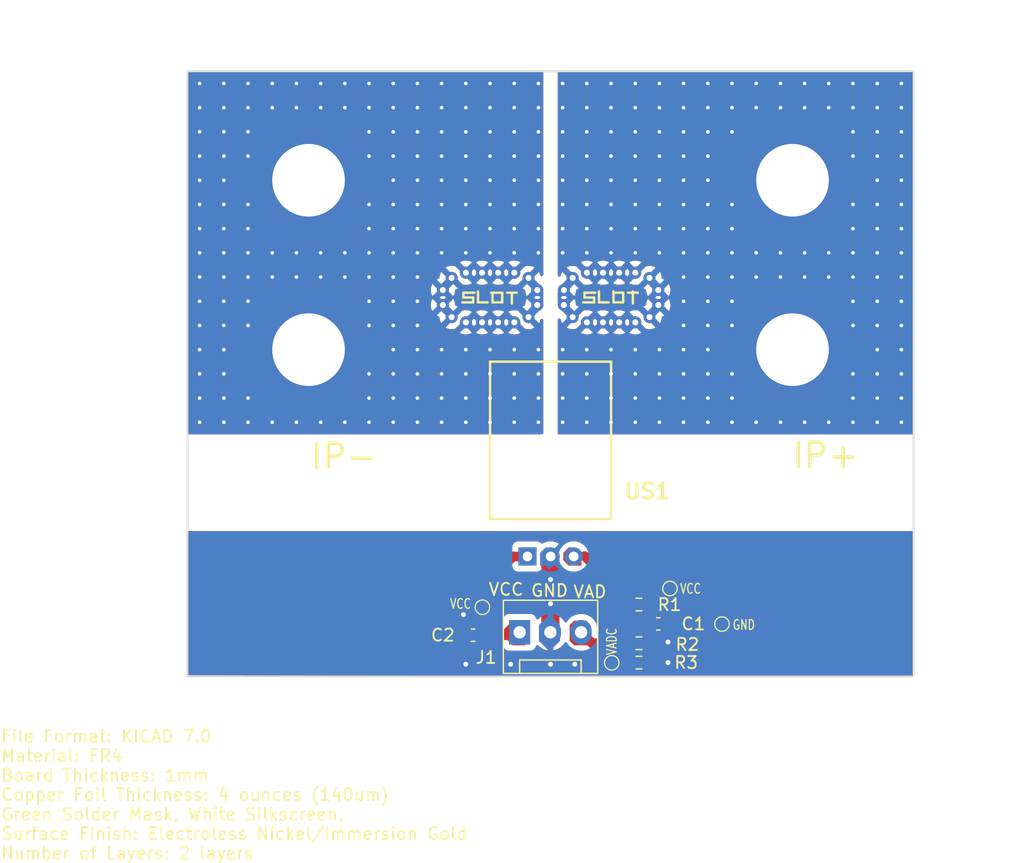
<source format=kicad_pcb>
(kicad_pcb (version 20221018) (generator pcbnew)
  (layers (0 "F.Cu" signal) (31 "B.Cu" signal) (34 "B.Paste" user) (35 "F.Paste" user) (36 "B.SilkS" user "B.Silkscreen") (37 "F.SilkS" user "F.Silkscreen") (38 "B.Mask" user) (39 "F.Mask" user) (44 "Edge.Cuts" user))
  (net 0 "")
  (net 1 "VCC")
  (net 2 "GND1")
  (net 3 "/Vout")
  (net 4 "Net-(US1-VIOUT)")
  (net 5 "/IP+")
  (net 6 "/IP-")
  (net 7 "/VADC")
  (footprint "Capacitor_SMD:C_0603_1608Metric" (layer "F.Cu") (at 123.11 103.865686)
    (fp_text reference "C1" (at 2.9 0) (layer "F.SilkS"))
    (fp_text value "CF" hide)
    (fp_line (start -0.14058 -0.51) (end 0.14058 -0.51) (stroke (width 0.12)) (layer "F.SilkS"))
    (fp_line (start -0.14058 0.51) (end 0.14058 0.51) (stroke (width 0.12)) (layer "F.SilkS"))
    (pad "1" smd roundrect (at -0.775 0) (size 0.9 0.95) (layers "F.Cu" "F.Paste" "F.Mask") (net 3 "/Vout"))
    (pad "2" smd roundrect (at 0.775 0) (size 0.9 0.95) (layers "F.Cu" "F.Paste" "F.Mask") (net 2 "GND1"))
  )
  (footprint "ming:P001" (layer "F.Cu") (at 119.26 107.08)
    (fp_text reference "VADC" (at 0 -1.76 90) (layer "F.SilkS") (effects (font (size 0.8 0.6) (thickness 0.1) bold)))
    (fp_text value "TestPoint" hide)
    (fp_circle (center 0 0) (end 0.6 0) (stroke (width 0.1)) (fill none) (layer "F.SilkS"))
    (pad "1" smd circle (at 0 0) (size 1 1) (layers "F.Cu" "F.Paste" "F.Mask") (net 7 "/VADC"))
  )
  (footprint "Connector:FanPinHeader_1x03_P2.54mm_Vertical" (layer "F.Cu") (at 111.65 104.56)
    (fp_text reference "J1" (at -2.77 2.08) (layer "F.SilkS"))
    (fp_text value "Conn_01x03_Pin" hide)
    (fp_line (start -1.35 -2.65) (end 6.45 -2.65) (stroke (width 0.12)) (layer "F.SilkS"))
    (fp_line (start -1.35 3.4) (end -1.35 -2.65) (stroke (width 0.12)) (layer "F.SilkS"))
    (fp_line (start 0 2.29) (end 5.08 2.29) (stroke (width 0.12)) (layer "F.SilkS"))
    (fp_line (start 0 3.3) (end 0 2.29) (stroke (width 0.12)) (layer "F.SilkS"))
    (fp_line (start 5.08 2.29) (end 5.08 3.3) (stroke (width 0.12)) (layer "F.SilkS"))
    (fp_line (start 6.45 -2.65) (end 6.45 3.4) (stroke (width 0.12)) (layer "F.SilkS"))
    (fp_line (start 6.45 3.4) (end -1.35 3.4) (stroke (width 0.12)) (layer "F.SilkS"))
    (pad "1" thru_hole rect (at 0 0 90) (size 2.03 1.73) (drill 1.02) (layers "*.Cu" "*.Mask") (net 1 "VCC"))
    (pad "2" thru_hole oval (at 2.54 0 90) (size 2.03 1.73) (drill 1.02) (layers "*.Cu" "*.Mask") (net 2 "GND1"))
    (pad "3" thru_hole oval (at 5.08 0 90) (size 2.03 1.73) (drill 1.02) (layers "*.Cu" "*.Mask") (net 7 "/VADC"))
  )
  (footprint "ming:P001" (layer "F.Cu") (at 124.07 100.94)
    (fp_text reference "VCC" (at 1.7 0.02 180) (layer "F.SilkS") (effects (font (size 0.8 0.6) (thickness 0.1) bold)))
    (fp_text value "TestPoint" hide)
    (fp_circle (center 0 0) (end 0.6 0) (stroke (width 0.1)) (fill none) (layer "F.SilkS"))
    (pad "1" smd circle (at 0 0) (size 1 1) (layers "F.Cu" "F.Paste" "F.Mask") (net 3 "/Vout"))
  )
  (footprint "Sensor_Current:ACS772ECB200BPFFT" (layer "F.Cu") (at 112.296 98.292)
    (fp_text reference "US1" (at 9.894 -5.392) (layer "F.SilkS") (effects (font (size 1.27 1.27) (thickness 0.254))))
    (fp_text value "ACS772ECB-200B-PFF-T" hide)
    (fp_line (start -5.29 -21.8) (end -5.29 -21.4) (stroke (width 0.2)) (layer "F.SilkS"))
    (fp_line (start -5.29 -21.4) (end -4.49 -21.4) (stroke (width 0.2)) (layer "F.SilkS"))
    (fp_line (start -4.49 -21.4) (end -4.49 -21) (stroke (width 0.2)) (layer "F.SilkS"))
    (fp_line (start -4.49 -21) (end -5.39 -21) (stroke (width 0.2)) (layer "F.SilkS"))
    (fp_line (start -4.39 -21.8) (end -5.29 -21.8) (stroke (width 0.2)) (layer "F.SilkS"))
    (fp_line (start -4.09 -21.9) (end -4.09 -21) (stroke (width 0.2)) (layer "F.SilkS"))
    (fp_line (start -4.09 -21) (end -3.29 -21) (stroke (width 0.2)) (layer "F.SilkS"))
    (fp_line (start -3.09 -16.1) (end 6.91 -16.1) (stroke (width 0.2)) (layer "F.SilkS"))
    (fp_line (start -3.09 -3.1) (end -3.09 -16.1) (stroke (width 0.2)) (layer "F.SilkS"))
    (fp_line (start -2.89 -21.8) (end -2.89 -21) (stroke (width 0.2)) (layer "F.SilkS"))
    (fp_line (start -2.89 -21) (end -2.09 -21) (stroke (width 0.2)) (layer "F.SilkS"))
    (fp_line (start -2.09 -21.8) (end -2.99 -21.8) (stroke (width 0.2)) (layer "F.SilkS"))
    (fp_line (start -2.09 -21) (end -2.09 -21.8) (stroke (width 0.2)) (layer "F.SilkS"))
    (fp_line (start -1.69 -21.8) (end -0.89 -21.8) (stroke (width 0.2)) (layer "F.SilkS"))
    (fp_line (start -1.29 -21.8) (end -1.29 -20.9) (stroke (width 0.2)) (layer "F.SilkS"))
    (fp_line (start 4.71 -21.8) (end 4.71 -21.4) (stroke (width 0.2)) (layer "F.SilkS"))
    (fp_line (start 4.71 -21.4) (end 5.51 -21.4) (stroke (width 0.2)) (layer "F.SilkS"))
    (fp_line (start 5.51 -21.4) (end 5.51 -21) (stroke (width 0.2)) (layer "F.SilkS"))
    (fp_line (start 5.51 -21) (end 4.61 -21) (stroke (width 0.2)) (layer "F.SilkS"))
    (fp_line (start 5.61 -21.8) (end 4.71 -21.8) (stroke (width 0.2)) (layer "F.SilkS"))
    (fp_line (start 5.91 -21.9) (end 5.91 -21) (stroke (width 0.2)) (layer "F.SilkS"))
    (fp_line (start 5.91 -21) (end 6.71 -21) (stroke (width 0.2)) (layer "F.SilkS"))
    (fp_line (start 6.91 -16.1) (end 6.91 -3.1) (stroke (width 0.2)) (layer "F.SilkS"))
    (fp_line (start 6.91 -3.1) (end -3.09 -3.1) (stroke (width 0.2)) (layer "F.SilkS"))
    (fp_line (start 7.11 -21.9) (end 7.11 -21) (stroke (width 0.2)) (layer "F.SilkS"))
    (fp_line (start 7.11 -21) (end 7.91 -21) (stroke (width 0.2)) (layer "F.SilkS"))
    (fp_line (start 7.91 -21.8) (end 7.11 -21.8) (stroke (width 0.2)) (layer "F.SilkS"))
    (fp_line (start 7.91 -21) (end 7.91 -21.8) (stroke (width 0.2)) (layer "F.SilkS"))
    (fp_line (start 8.31 -21.8) (end 9.11 -21.8) (stroke (width 0.2)) (layer "F.SilkS"))
    (fp_line (start 8.71 -21.9) (end 8.71 -20.9) (stroke (width 0.2)) (layer "F.SilkS"))
    (pad "1" thru_hole rect (at 0 0) (size 1.5 1.5) (drill 0.8) (layers "*.Cu" "*.Mask") (net 1 "VCC"))
    (pad "2" thru_hole circle (at 1.91 0) (size 1.5 1.5) (drill 0.8) (layers "*.Cu" "*.Mask") (net 2 "GND1"))
    (pad "3" thru_hole circle (at 3.82 0) (size 1.5 1.5) (drill 0.8) (layers "*.Cu" "*.Mask") (net 4 "Net-(US1-VIOUT)"))
    (pad "4" thru_hole circle (at 3.008 -22.018) (size 1 1) (drill 0.5) (layers "*.Cu" "*.Mask") (net 5 "/IP+"))
    (pad "5" thru_hole circle (at 0.812 -22.018) (size 1 1) (drill 0.5) (layers "*.Cu" "*.Mask") (net 6 "/IP-"))
    (pad "6" thru_hole circle (at 0.812 -20.782) (size 1 1) (drill 0.5) (layers "*.Cu" "*.Mask") (net 6 "/IP-"))
    (pad "7" thru_hole circle (at 0.086 -19.782) (size 1 1) (drill 0.5) (layers "*.Cu" "*.Mask") (net 6 "/IP-"))
    (pad "8" thru_hole circle (at -1.09 -19.35) (size 1 1) (drill 0.5) (layers "*.Cu" "*.Mask") (net 6 "/IP-"))
    (pad "9" thru_hole circle (at -2.423 -19.35) (size 1 1) (drill 0.5) (layers "*.Cu" "*.Mask") (net 6 "/IP-"))
    (pad "10" thru_hole circle (at -3.757 -19.35) (size 1 1) (drill 0.5) (layers "*.Cu" "*.Mask") (net 6 "/IP-"))
    (pad "11" thru_hole circle (at -5.09 -19.35) (size 1 1) (drill 0.5) (layers "*.Cu" "*.Mask") (net 6 "/IP-"))
    (pad "12" thru_hole circle (at -6.266 -19.782) (size 1 1) (drill 0.5) (layers "*.Cu" "*.Mask") (net 6 "/IP-"))
    (pad "13" thru_hole circle (at -6.992 -20.782) (size 1 1) (drill 0.5) (layers "*.Cu" "*.Mask") (net 6 "/IP-"))
    (pad "14" thru_hole circle (at -6.992 -22.018) (size 1 1) (drill 0.5) (layers "*.Cu" "*.Mask") (net 6 "/IP-"))
    (pad "15" thru_hole circle (at -6.266 -23.018) (size 1 1) (drill 0.5) (layers "*.Cu" "*.Mask") (net 6 "/IP-"))
    (pad "16" thru_hole circle (at -5.09 -23.45) (size 1 1) (drill 0.5) (layers "*.Cu" "*.Mask") (net 6 "/IP-"))
    (pad "17" thru_hole circle (at -3.757 -23.45) (size 1 1) (drill 0.5) (layers "*.Cu" "*.Mask") (net 6 "/IP-"))
    (pad "18" thru_hole circle (at -2.423 -23.45) (size 1 1) (drill 0.5) (layers "*.Cu" "*.Mask") (net 6 "/IP-"))
    (pad "19" thru_hole circle (at -1.09 -23.45) (size 1 1) (drill 0.5) (layers "*.Cu" "*.Mask") (net 6 "/IP-"))
    (pad "20" thru_hole circle (at 0.086 -23.018) (size 1 1) (drill 0.5) (layers "*.Cu" "*.Mask") (net 6 "/IP-"))
    (pad "21" thru_hole circle (at 3.008 -20.782) (size 1 1) (drill 0.5) (layers "*.Cu" "*.Mask") (net 5 "/IP+"))
    (pad "22" thru_hole circle (at 3.734 -19.782) (size 1 1) (drill 0.5) (layers "*.Cu" "*.Mask") (net 5 "/IP+"))
    (pad "23" thru_hole circle (at 4.91 -19.35) (size 1 1) (drill 0.5) (layers "*.Cu" "*.Mask") (net 5 "/IP+"))
    (pad "24" thru_hole circle (at 6.243 -19.35) (size 1 1) (drill 0.5) (layers "*.Cu" "*.Mask") (net 5 "/IP+"))
    (pad "25" thru_hole circle (at 7.577 -19.35) (size 1 1) (drill 0.5) (layers "*.Cu" "*.Mask") (net 5 "/IP+"))
    (pad "26" thru_hole circle (at 8.91 -19.35) (size 1 1) (drill 0.5) (layers "*.Cu" "*.Mask") (net 5 "/IP+"))
    (pad "27" thru_hole circle (at 10.086 -19.782) (size 1 1) (drill 0.5) (layers "*.Cu" "*.Mask") (net 5 "/IP+"))
    (pad "28" thru_hole circle (at 10.812 -20.782) (size 1 1) (drill 0.5) (layers "*.Cu" "*.Mask") (net 5 "/IP+"))
    (pad "29" thru_hole circle (at 10.812 -22.018) (size 1 1) (drill 0.5) (layers "*.Cu" "*.Mask") (net 5 "/IP+"))
    (pad "30" thru_hole circle (at 10.086 -23.018) (size 1 1) (drill 0.5) (layers "*.Cu" "*.Mask") (net 5 "/IP+"))
    (pad "31" thru_hole circle (at 8.91 -23.45) (size 1 1) (drill 0.5) (layers "*.Cu" "*.Mask") (net 5 "/IP+"))
    (pad "32" thru_hole circle (at 7.577 -23.45) (size 1 1) (drill 0.5) (layers "*.Cu" "*.Mask") (net 5 "/IP+"))
    (pad "33" thru_hole circle (at 6.243 -23.45) (size 1 1) (drill 0.5) (layers "*.Cu" "*.Mask") (net 5 "/IP+"))
    (pad "34" thru_hole circle (at 4.91 -23.45) (size 1 1) (drill 0.5) (layers "*.Cu" "*.Mask") (net 5 "/IP+"))
    (pad "35" thru_hole circle (at 3.734 -23.018) (size 1 1) (drill 0.5) (layers "*.Cu" "*.Mask") (net 5 "/IP+"))
  )
  (footprint "Capacitor_SMD:C_0603_1608Metric" (layer "F.Cu") (at 107.8 104.8)
    (fp_text reference "C2" (at -2.5 0) (layer "F.SilkS"))
    (fp_text value "0.1uF" hide)
    (fp_line (start -0.14058 -0.51) (end 0.14058 -0.51) (stroke (width 0.12)) (layer "F.SilkS"))
    (fp_line (start -0.14058 0.51) (end 0.14058 0.51) (stroke (width 0.12)) (layer "F.SilkS"))
    (pad "1" smd roundrect (at -0.775 0) (size 0.9 0.95) (layers "F.Cu" "F.Paste" "F.Mask") (net 2 "GND1"))
    (pad "2" smd roundrect (at 0.775 0) (size 0.9 0.95) (layers "F.Cu" "F.Paste" "F.Mask") (net 1 "VCC"))
  )
  (footprint "ming:P001" (layer "F.Cu") (at 128.37 103.88 180)
    (fp_text reference "GND" (at -1.81 -0.07) (layer "F.SilkS") (effects (font (size 0.8 0.6) (thickness 0.1) bold)))
    (fp_text value "TestPoint" hide)
    (fp_circle (center 0 0) (end 0.6 0) (stroke (width 0.1)) (fill none) (layer "F.SilkS"))
    (pad "1" smd circle (at 0 0 180) (size 1 1) (layers "F.Cu" "F.Paste" "F.Mask") (net 2 "GND1"))
  )
  (footprint "ming:P001" (layer "F.Cu") (at 108.57 102.49)
    (fp_text reference "VCC" (at -1.81 -0.28) (layer "F.SilkS") (effects (font (size 0.8 0.6) (thickness 0.1) bold)))
    (fp_text value "TestPoint" hide)
    (fp_circle (center 0 0) (end 0.6 0) (stroke (width 0.1)) (fill none) (layer "F.SilkS"))
    (pad "1" smd circle (at 0 0) (size 1 1) (layers "F.Cu" "F.Paste" "F.Mask") (net 1 "VCC"))
  )
  (footprint "Resistor_SMD:R_0603_1608Metric" (layer "F.Cu") (at 121.51 105.465686 180)
    (fp_text reference "R2" (at -4 -0.1) (layer "F.SilkS"))
    (fp_text value "300K" hide)
    (fp_line (start -0.237258 -0.5225) (end 0.237258 -0.5225) (stroke (width 0.12)) (layer "F.SilkS"))
    (fp_line (start -0.237258 0.5225) (end 0.237258 0.5225) (stroke (width 0.12)) (layer "F.SilkS"))
    (pad "1" smd roundrect (at -0.825 0 180) (size 0.8 0.95) (layers "F.Cu" "F.Paste" "F.Mask") (net 3 "/Vout"))
    (pad "2" smd roundrect (at 0.825 0 180) (size 0.8 0.95) (layers "F.Cu" "F.Paste" "F.Mask") (net 7 "/VADC"))
  )
  (footprint "Resistor_SMD:R_0603_1608Metric" (layer "F.Cu") (at 121.51 107.065686)
    (fp_text reference "R3" (at 3.9 0) (layer "F.SilkS"))
    (fp_text value "100K" hide)
    (fp_line (start -0.237258 -0.5225) (end 0.237258 -0.5225) (stroke (width 0.12)) (layer "F.SilkS"))
    (fp_line (start -0.237258 0.5225) (end 0.237258 0.5225) (stroke (width 0.12)) (layer "F.SilkS"))
    (pad "1" smd roundrect (at -0.825 0) (size 0.8 0.95) (layers "F.Cu" "F.Paste" "F.Mask") (net 7 "/VADC"))
    (pad "2" smd roundrect (at 0.825 0) (size 0.8 0.95) (layers "F.Cu" "F.Paste" "F.Mask") (net 2 "GND1"))
  )
  (footprint "Resistor_SMD:R_0603_1608Metric" (layer "F.Cu") (at 121.51 102.265686 180)
    (fp_text reference "R1" (at -2.52 -0.014314) (layer "F.SilkS"))
    (fp_text value "RF" hide)
    (fp_line (start -0.237258 -0.5225) (end 0.237258 -0.5225) (stroke (width 0.12)) (layer "F.SilkS"))
    (fp_line (start -0.237258 0.5225) (end 0.237258 0.5225) (stroke (width 0.12)) (layer "F.SilkS"))
    (pad "1" smd roundrect (at -0.825 0 180) (size 0.8 0.95) (layers "F.Cu" "F.Paste" "F.Mask") (net 3 "/Vout"))
    (pad "2" smd roundrect (at 0.825 0 180) (size 0.8 0.95) (layers "F.Cu" "F.Paste" "F.Mask") (net 4 "Net-(US1-VIOUT)"))
  )
  (gr_rect (start 84.2 58.2) (end 144.2 108.2) (stroke (width 0.15)) (fill none) (layer "Edge.Cuts"))
  (gr_text "VAD" (at 116 101.8) (layer "F.SilkS") (effects (font (size 1 1)) (justify left bottom)))
  (gr_text "IP+" (at 134 91.1) (layer "F.SilkS") (effects (font (size 2 2) (thickness 0.3)) (justify left bottom)))
  (gr_text "IP-" (at 94.2 91.2) (layer "F.SilkS") (effects (font (size 2 2) (thickness 0.3)) (justify left bottom)))
  (gr_text "VCC" (at 109 101.6) (layer "F.SilkS") (effects (font (size 1 1)) (justify left bottom)))
  (gr_text "GND" (at 112.5 101.7) (layer "F.SilkS") (effects (font (size 1 1)) (justify left bottom)))
  (gr_text "File Format: KICAD 7.0\nMaterial: FR4\nBoard Thickness: 1mm\nCopper Foil Thickness: 4 ounces (140um)\nGreen Solder Mask, White Silkscreen, \nSurface Finish: Electroless Nickel/Immersion Gold\nNumber of Layers: 2 layers" (at 68.7 123.4) (layer "F.SilkS") (effects (font (size 1 1)) (justify left bottom)))
  (segment (start 111.39 104.8) (end 111.57 104.62) (width 0.8) (layer "F.Cu") (net 1))
  (segment (start 111.1 98.3) (end 112.288 98.3) (width 0.8) (layer "F.Cu") (net 1))
  (segment (start 108.575 104.8) (end 108.575 100.825) (width 0.8) (layer "F.Cu") (net 1))
  (segment (start 108.575 104.8) (end 111.39 104.8) (width 0.8) (layer "F.Cu") (net 1))
  (segment (start 108.575 100.825) (end 111.1 98.3) (width 0.8) (layer "F.Cu") (net 1))
  (segment (start 112.288 98.3) (end 112.296 98.292) (width 0.8) (layer "F.Cu") (net 1))
  (segment (start 114.19 102.19) (end 114.19 101.21) (width 1.5) (layer "F.Cu") (net 2))
  (segment (start 114.19 102.21) (end 114.2 102.2) (width 1.5) (layer "F.Cu") (net 2))
  (segment (start 123.885 103.865686) (end 123.885 103.275) (width 0.8) (layer "F.Cu") (net 2))
  (segment (start 114.2 102.2) (end 114.19 102.19) (width 1.5) (layer "F.Cu") (net 2))
  (segment (start 114.19 100.19) (end 114.19 98.308) (width 1.5) (layer "F.Cu") (net 2))
  (segment (start 123.885 106.590686) (end 123.885 105.390686) (width 0.5) (layer "F.Cu") (net 2))
  (segment (start 123.885 103.865686) (end 123.885 107.040686) (width 0.8) (layer "F.Cu") (net 2))
  (segment (start 114.2 101.2) (end 114.19 101.19) (width 1.5) (layer "F.Cu") (net 2))
  (segment (start 123.885 105.340686) (end 123.91 105.365686) (width 0.5) (layer "F.Cu") (net 2))
  (segment (start 114.19 98.308) (end 114.206 98.292) (width 1.5) (layer "F.Cu") (net 2))
  (segment (start 114.2 100.2) (end 114.19 100.19) (width 1.5) (layer "F.Cu") (net 2))
  (segment (start 123.885 103.865686) (end 128.355686 103.865686) (width 0.8) (layer "F.Cu") (net 2))
  (segment (start 123.91 107.065686) (end 122.335 107.065686) (width 0.8) (layer "F.Cu") (net 2))
  (segment (start 107.025 103.125) (end 107 103.1) (width 1) (layer "F.Cu") (net 2))
  (segment (start 107.025 104.8) (end 107.025 103.125) (width 1) (layer "F.Cu") (net 2))
  (segment (start 123.885 105.390686) (end 123.91 105.365686) (width 0.5) (layer "F.Cu") (net 2))
  (segment (start 114.19 101.19) (end 114.19 100.21) (width 1.5) (layer "F.Cu") (net 2))
  (segment (start 123.885 103.865686) (end 123.885 105.340686) (width 0.5) (layer "F.Cu") (net 2))
  (segment (start 123.41 107.065686) (end 123.41 107.065686) (width 0.5) (layer "F.Cu") (net 2))
  (segment (start 123.91 107.065686) (end 123.91 106.615686) (width 0.5) (layer "F.Cu") (net 2))
  (segment (start 114.19 104.56) (end 114.19 102.21) (width 1.5) (layer "F.Cu") (net 2))
  (segment (start 114.19 100.21) (end 114.2 100.2) (width 1.5) (layer "F.Cu") (net 2))
  (segment (start 123.885 107.040686) (end 123.91 107.065686) (width 0.8) (layer "F.Cu") (net 2))
  (segment (start 114.21 104.62) (end 114.1 104.51) (width 1.5) (layer "F.Cu") (net 2))
  (segment (start 128.355686 103.865686) (end 128.37 103.88) (width 0.8) (layer "F.Cu") (net 2))
  (segment (start 123.91 106.615686) (end 123.885 106.590686) (width 0.5) (layer "F.Cu") (net 2))
  (segment (start 114.19 101.21) (end 114.2 101.2) (width 1.5) (layer "F.Cu") (net 2))
  (via (at 114.2 102.2) (size 0.8) (drill 0.4) (layers "F.Cu" "B.Cu") (net 2))
  (via (at 107 103.1) (size 0.8) (drill 0.4) (layers "F.Cu" "B.Cu") (net 2))
  (via (at 107.2 107.2) (size 0.8) (drill 0.4) (layers "F.Cu" "B.Cu") (net 2))
  (via (at 123.91 105.365686) (size 0.8) (drill 0.4) (layers "F.Cu" "B.Cu") (net 2))
  (via (at 123.91 107.065686) (size 0.8) (drill 0.4) (layers "F.Cu" "B.Cu") (net 2))
  (via (at 110.9 107.2) (size 0.8) (drill 0.4) (layers "F.Cu" "B.Cu") (net 2))
  (via (at 114.2 100.2) (size 0.8) (drill 0.4) (layers "F.Cu" "B.Cu") (net 2))
  (via (at 114.2 107.2) (size 0.8) (drill 0.4) (layers "F.Cu" "B.Cu") (net 2))
  (via (at 116.2 107.2) (size 0.8) (drill 0.4) (layers "F.Cu" "B.Cu") (net 2))
  (segment (start 114.1 104.61) (end 114.11 104.62) (width 1.5) (layer "B.Cu") (net 2))
  (segment (start 122.335 103.865686) (end 122.335 101.940686) (width 0.8) (layer "F.Cu") (net 3))
  (segment (start 122.335 102.265686) (end 122.335 101.935) (width 0.8) (layer "F.Cu") (net 3))
  (segment (start 122.335 103.865686) (end 122.335 105.465686) (width 0.8) (layer "F.Cu") (net 3))
  (segment (start 122.335 101.935) (end 123.33 100.94) (width 0.8) (layer "F.Cu") (net 3))
  (segment (start 123.33 100.94) (end 124.07 100.94) (width 0.8) (layer "F.Cu") (net 3))
  (segment (start 120.685 101.916686) (end 117.026 98.257686) (width 0.8) (layer "F.Cu") (net 4))
  (via (at 139.2 83.2) (size 0.5) (drill 0.3) (layers "F.Cu" "B.Cu") (net 5))
  (via (at 119.2 81.2) (size 0.5) (drill 0.3) (layers "F.Cu" "B.Cu") (net 5))
  (via (at 119.2 65.2) (size 0.5) (drill 0.3) (layers "F.Cu" "B.Cu") (net 5))
  (via (at 143.2 83.2) (size 0.5) (drill 0.3) (layers "F.Cu" "B.Cu") (net 5))
  (via (at 117.2 81.2) (size 0.5) (drill 0.3) (layers "F.Cu" "B.Cu") (net 5))
  (via (at 143.2 67.2) (size 0.5) (drill 0.3) (layers "F.Cu" "B.Cu") (net 5))
  (via (at 121.2 59.2) (size 0.5) (drill 0.3) (layers "F.Cu" "B.Cu") (net 5))
  (via (at 119.2 87.2) (size 0.5) (drill 0.3) (layers "F.Cu" "B.Cu") (net 5))
  (via (at 125.2 69.2) (size 0.5) (drill 0.3) (layers "F.Cu" "B.Cu") (net 5))
  (via (at 117.2 65.2) (size 0.5) (drill 0.3) (layers "F.Cu" "B.Cu") (net 5))
  (via (at 137.2 73.2) (size 0.5) (drill 0.3) (layers "F.Cu" "B.Cu") (net 5))
  (via (at 125.2 79.2) (size 0.5) (drill 0.3) (layers "F.Cu" "B.Cu") (net 5))
  (via (at 135.2 59.2) (size 0.5) (drill 0.3) (layers "F.Cu" "B.Cu") (net 5))
  (via (at 141.2 59.2) (size 0.5) (drill 0.3) (layers "F.Cu" "B.Cu") (net 5))
  (via (at 137.2 59.2) (size 0.5) (drill 0.3) (layers "F.Cu" "B.Cu") (net 5))
  (via (at 125.2 85.2) (size 0.5) (drill 0.3) (layers "F.Cu" "B.Cu") (net 5))
  (via (at 135.2 75.2) (size 0.5) (drill 0.3) (layers "F.Cu" "B.Cu") (net 5))
  (via (at 115.2 81.2) (size 0.5) (drill 0.3) (layers "F.Cu" "B.Cu") (net 5))
  (via (at 123.2 73.2) (size 0.5) (drill 0.3) (layers "F.Cu" "B.Cu") (net 5))
  (via (at 123.2 65.2) (size 0.5) (drill 0.3) (layers "F.Cu" "B.Cu") (net 5))
  (via (at 143.2 77.2) (size 0.5) (drill 0.3) (layers "F.Cu" "B.Cu") (net 5))
  (via (at 139.2 75.2) (size 0.5) (drill 0.3) (layers "F.Cu" "B.Cu") (net 5))
  (via (at 121.2 83.2) (size 0.5) (drill 0.3) (layers "F.Cu" "B.Cu") (net 5))
  (via (at 143.2 81.2) (size 0.5) (drill 0.3) (layers "F.Cu" "B.Cu") (net 5))
  (via (at 127.2 63.2) (size 0.5) (drill 0.3) (layers "F.Cu" "B.Cu") (net 5))
  (via (at 129.2 77.2) (size 0.5) (drill 0.3) (layers "F.Cu" "B.Cu") (net 5))
  (via (at 121.2 85.2) (size 0.5) (drill 0.3) (layers "F.Cu" "B.Cu") (net 5))
  (via (at 139.2 65.2) (size 0.5) (drill 0.3) (layers "F.Cu" "B.Cu") (net 5))
  (via (at 117.2 59.2) (size 0.5) (drill 0.3) (layers "F.Cu" "B.Cu") (net 5))
  (via (at 141.2 85.2) (size 0.5) (drill 0.3) (layers "F.Cu" "B.Cu") (net 5))
  (via (at 127.2 69.2) (size 0.5) (drill 0.3) (layers "F.Cu" "B.Cu") (net 5))
  (via (at 129.2 85.2) (size 0.5) (drill 0.3) (layers "F.Cu" "B.Cu") (net 5))
  (via (at 139.2 69.2) (size 0.5) (drill 0.3) (layers "F.Cu" "B.Cu") (net 5))
  (via (at 134.2 67.2) (size 10) (drill 6) (layers "F.Cu" "B.Cu") (net 5))
  (via (at 139.2 79.2) (size 0.5) (drill 0.3) (layers "F.Cu" "B.Cu") (net 5))
  (via (at 135.2 61.2) (size 0.5) (drill 0.3) (layers "F.Cu" "B.Cu") (net 5))
  (via (at 121.2 63.2) (size 0.5) (drill 0.3) (layers "F.Cu" "B.Cu") (net 5))
  (via (at 143.2 75.2) (size 0.5) (drill 0.3) (layers "F.Cu" "B.Cu") (net 5))
  (via (at 115.2 83.2) (size 0.5) (drill 0.3) (layers "F.Cu" "B.Cu") (net 5))
  (via (at 129.2 79.2) (size 0.5) (drill 0.3) (layers "F.Cu" "B.Cu") (net 5))
  (via (at 131.2 87.2) (size 0.5) (drill 0.3) (layers "F.Cu" "B.Cu") (net 5))
  (via (at 115.2 71.2) (size 0.5) (drill 0.3) (layers "F.Cu" "B.Cu") (net 5))
  (via (at 141.2 65.2) (size 0.5) (drill 0.3) (layers "F.Cu" "B.Cu") (net 5))
  (via (at 143.2 59.2) (size 0.5) (drill 0.3) (layers "F.Cu" "B.Cu") (net 5))
  (via (at 127.2 85.2) (size 0.5) (drill 0.3) (layers "F.Cu" "B.Cu") (net 5))
  (via (at 141.2 63.2) (size 0.5) (drill 0.3) (layers "F.Cu" "B.Cu") (net 5))
  (via (at 139.2 63.2) (size 0.5) (drill 0.3) (layers "F.Cu" "B.Cu") (net 5))
  (via (at 117.2 67.2) (size 0.5) (drill 0.3) (layers "F.Cu" "B.Cu") (net 5))
  (via (at 143.2 65.2) (size 0.5) (drill 0.3) (layers "F.Cu" "B.Cu") (net 5))
  (via (at 125.2 81.2) (size 0.5) (drill 0.3) (layers "F.Cu" "B.Cu") (net 5))
  (via (at 125.2 59.2) (size 0.5) (drill 0.3) (layers "F.Cu" "B.Cu") (net 5))
  (via (at 143.2 61.2) (size 0.5) (drill 0.3) (layers "F.Cu" "B.Cu") (net 5))
  (via (at 115.2 67.2) (size 0.5) (drill 0.3) (layers "F.Cu" "B.Cu") (net 5))
  (via (at 141.2 77.2) (size 0.5) (drill 0.3) (layers "F.Cu" "B.Cu") (net 5))
  (via (at 143.2 71.2) (size 0.5) (drill 0.3) (layers "F.Cu" "B.Cu") (net 5))
  (via (at 121.2 81.2) (size 0.5) (drill 0.3) (layers "F.Cu" "B.Cu") (net 5))
  (via (at 143.2 85.2) (size 0.5) (drill 0.3) (layers "F.Cu" "B.Cu") (net 5))
  (via (at 131.2 59.2) (size 0.5) (drill 0.3) (layers "F.Cu" "B.Cu") (net 5))
  (via (at 125.2 77.2) (size 0.5) (drill 0.3) (layers "F.Cu" "B.Cu") (net 5))
  (via (at 143.2 73.2) (size 0.5) (drill 0.3) (layers "F.Cu" "B.Cu") (net 5))
  (via (at 119.2 85.2) (size 0.5) (drill 0.3) (layers "F.Cu" "B.Cu") (net 5))
  (via (at 139.2 73.2) (size 0.5) (drill 0.3) (layers "F.Cu" "B.Cu") (net 5))
  (via (at 117.2 63.2) (size 0.5) (drill 0.3) (layers "F.Cu" "B.Cu") (net 5))
  (via (at 125.2 71.2) (size 0.5) (drill 0.3) (layers "F.Cu" "B.Cu") (net 5))
  (via (at 117.2 61.2) (size 0.5) (drill 0.3) (layers "F.Cu" "B.Cu") (net 5))
  (via (at 121.2 73.2) (size 0.5) (drill 0.3) (layers "F.Cu" "B.Cu") (net 5))
  (via (at 133.2 59.2) (size 0.5) (drill 0.3) (layers "F.Cu" "B.Cu") (net 5))
  (via (at 141.2 61.2) (size 0.5) (drill 0.3) (layers "F.Cu" "B.Cu") (net 5))
  (via (at 123.2 83.2) (size 0.5) (drill 0.3) (layers "F.Cu" "B.Cu") (net 5))
  (via (at 133.2 87.2) (size 0.5) (drill 0.3) (layers "F.Cu" "B.Cu") (net 5))
  (via (at 127.2 83.2) (size 0.5) (drill 0.3) (layers "F.Cu" "B.Cu") (net 5))
  (via (at 135.2 87.2) (size 0.5) (drill 0.3) (layers "F.Cu" "B.Cu") (net 5))
  (via (at 123.2 81.2) (size 0.5) (drill 0.3) (layers "F.Cu" "B.Cu") (net 5))
  (via (at 139.2 85.2) (size 0.5) (drill 0.3) (layers "F.Cu" "B.Cu") (net 5))
  (via (at 127.2 59.2) (size 0.5) (drill 0.3) (layers "F.Cu" "B.Cu") (net 5))
  (via (at 127.2 75.2) (size 0.5) (drill 0.3) (layers "F.Cu" "B.Cu") (net 5))
  (via (at 125.2 73.2) (size 0.5) (drill 0.3) (layers "F.Cu" "B.Cu") (net 5))
  (via (at 117.2 87.2) (size 0.5) (drill 0.3) (layers "F.Cu" "B.Cu") (net 5))
  (via (at 119.2 59.2) (size 0.5) (drill 0.3) (layers "F.Cu" "B.Cu") (net 5))
  (via (at 133.2 61.2) (size 0.5) (drill 0.3) (layers "F.Cu" "B.Cu") (net 5))
  (via (at 141.2 83.2) (size 0.5) (drill 0.3) (layers "F.Cu" "B.Cu") (net 5))
  (via (at 115.2 65.2) (size 0.5) (drill 0.3) (layers "F.Cu" "B.Cu") (net 5))
  (via (at 125.2 75.2) (size 0.5) (drill 0.3) (layers "F.Cu" "B.Cu") (net 5))
  (via (at 125.2 63.2) (size 0.5) (drill 0.3) (layers "F.Cu" "B.Cu") (net 5))
  (via (at 115.2 63.2) (size 0.5) (drill 0.3) (layers "F.Cu" "B.Cu") (net 5))
  (via (at 129.2 75.2) (size 0.5) (drill 0.3) (layers "F.Cu" "B.Cu") (net 5))
  (via (at 121.2 61.2) (size 0.5) (drill 0.3) (layers "F.Cu" "B.Cu") (net 5))
  (via (at 129.2 83.2) (size 0.5) (drill 0.3) (layers "F.Cu" "B.Cu") (net 5))
  (via (at 125.2 61.2) (size 0.5) (drill 0.3) (layers "F.Cu" "B.Cu") (net 5))
  (via (at 119.2 67.2) (size 0.5) (drill 0.3) (layers "F.Cu" "B.Cu") (net 5))
  (via (at 127.2 65.2) (size 0.5) (drill 0.3) (layers "F.Cu" "B.Cu") (net 5))
  (via (at 131.2 61.2) (size 0.5) (drill 0.3) (layers "F.Cu" "B.Cu") (net 5))
  (via (at 117.2 83.2) (size 0.5) (drill 0.3) (layers "F.Cu" "B.Cu") (net 5))
  (via (at 115.2 59.2) (size 0.5) (drill 0.3) (layers "F.Cu" "B.Cu") (net 5))
  (via (at 137.2 75.2) (size 0.5) (drill 0.3) (layers "F.Cu" "B.Cu") (net 5))
  (via (at 121.2 67.2) (size 0.5) (drill 0.3) (layers "F.Cu" "B.Cu") (net 5))
  (via (at 129.2 63.2) (size 0.5) (drill 0.3) (layers "F.Cu" "B.Cu") (net 5))
  (via (at 141.2 79.2) (size 0.5) (drill 0.3) (layers "F.Cu" "B.Cu") (net 5))
  (via (at 127.2 67.2) (size 0.5) (drill 0.3) (layers "F.Cu" "B.Cu") (net 5))
  (via (at 125.2 87.2) (size 0.5) (drill 0.3) (layers "F.Cu" "B.Cu") (net 5))
  (via (at 129.2 71.2) (size 0.5) (drill 0.3) (layers "F.Cu" "B.Cu") (net 5))
  (via (at 127.2 61.2) (size 0.5) (drill 0.3) (layers "F.Cu" "B.Cu") (net 5))
  (via (at 139.2 71.2) (size 0.5) (drill 0.3) (layers "F.Cu" "B.Cu") (net 5))
  (via (at 125.2 67.2) (size 0.5) (drill 0.3) (layers "F.Cu" "B.Cu") (net 5))
  (via (at 119.2 71.2) (size 0.5) (drill 0.3) (layers "F.Cu" "B.Cu") (net 5))
  (via (at 117.2 73.2) (size 0.5) (drill 0.3) (layers "F.Cu" "B.Cu") (net 5))
  (via (at 135.2 73.2) (size 0.5) (drill 0.3) (layers "F.Cu" "B.Cu") (net 5))
  (via (at 131.2 73.2) (size 0.5) (drill 0.3) (layers "F.Cu" "B.Cu") (net 5))
  (via (at 143.2 63.2) (size 0.5) (drill 0.3) (layers "F.Cu" "B.Cu") (net 5))
  (via (at 117.2 71.2) (size 0.5) (drill 0.3) (layers "F.Cu" "B.Cu") (net 5))
  (via (at 141.2 81.2) (size 0.5) (drill 0.3) (layers "F.Cu" "B.Cu") (net 5))
  (via (at 123.2 67.2) (size 0.5) (drill 0.3) (layers "F.Cu" "B.Cu") (net 5))
  (via (at 123.2 71.2) (size 0.5) (drill 0.3) (layers "F.Cu" "B.Cu") (net 5))
  (via (at 115.2 85.2) (size 0.5) (drill 0.3) (layers "F.Cu" "B.Cu") (net 5))
  (via (at 141.2 69.2) (size 0.5) (drill 0.3) (layers "F.Cu" "B.Cu") (net 5))
  (via (at 141.2 67.2) (size 0.5) (drill 0.3) (layers "F.Cu" "B.Cu") (net 5))
  (via (at 143.2 87.2) (size 0.5) (drill 0.3) (layers "F.Cu" "B.Cu") (net 5))
  (via (at 141.2 73.2) (size 0.5) (drill 0.3) (layers "F.Cu" "B.Cu") (net 5))
  (via (at 119.2 63.2) (size 0.5) (drill 0.3) (layers "F.Cu" "B.Cu") (net 5))
  (via (at 127.2 79.2) (size 0.5) (drill 0.3) (layers "F.Cu" "B.Cu") (net 5))
  (via (at 133.2 75.2) (size 0.5) (drill 0.3) (layers "F.Cu" "B.Cu") (net 5))
  (via (at 139.2 77.2) (size 0.5) (drill 0.3) (layers "F.Cu" "B.Cu") (net 5))
  (via (at 117.2 85.2) (size 0.5) (drill 0.3) (layers "F.Cu" "B.Cu") (net 5))
  (via (at 121.2 71.2) (size 0.5) (drill 0.3) (layers "F.Cu" "B.Cu") (net 5))
  (via (at 119.2 69.2) (size 0.5) (drill 0.3) (layers "F.Cu" "B.Cu") (net 5))
  (via (at 123.2 85.2) (size 0.5) (drill 0.3) (layers "F.Cu" "B.Cu") (net 5))
  (via (at 141.2 71.2) (size 0.5) (drill 0.3) (layers "F.Cu" "B.Cu") (net 5))
  (via (at 139.2 61.2) (size 0.5) (drill 0.3) (layers "F.Cu" "B.Cu") (net 5))
  (via (at 143.2 79.2) (size 0.5) (drill 0.3) (layers "F.Cu" "B.Cu") (net 5))
  (via (at 117.2 69.2) (size 0.5) (drill 0.3) (layers "F.Cu" "B.Cu") (net 5))
  (via (at 123.2 69.2) (size 0.5) (drill 0.3) (layers "F.Cu" "B.Cu") (net 5))
  (via (at 141.2 87.2) (size 0.5) (drill 0.3) (layers "F.Cu" "B.Cu") (net 5))
  (via (at 129.2 61.2) (size 0.5) (drill 0.3) (layers "F.Cu" "B.Cu") (net 5))
  (via (at 139.2 87.2) (size 0.5) (drill 0.3) (layers "F.Cu" "B.Cu") (net 5))
  (via (at 123.2 87.2) (size 0.5) (drill 0.3) (layers "F.Cu" "B.Cu") (net 5))
  (via (at 121.2 87.2) (size 0.5) (drill 0.3) (layers "F.Cu" "B.Cu") (net 5))
  (via (at 119.2 83.2) (size 0.5) (drill 0.3) (layers "F.Cu" "B.Cu") (net 5))
  (via (at 119.2 73.2) (size 0.5) (drill 0.3) (layers "F.Cu" "B.Cu") (net 5))
  (via (at 127.2 81.2) (size 0.5) (drill 0.3) (layers "F.Cu" "B.Cu") (net 5))
  (via (at 139.2 59.2) (size 0.5) (drill 0.3) (layers "F.Cu" "B.Cu") (net 5))
  (via (at 143.2 69.2) (size 0.5) (drill 0.3) (layers "F.Cu" "B.Cu") (net 5))
  (via (at 121.2 65.2) (size 0.5) (drill 0.3) (layers "F.Cu" "B.Cu") (net 5))
  (via (at 127.2 87.2) (size 0.5) (drill 0.3) (layers "F.Cu" "B.Cu") (net 5))
  (via (at 129.2 73.2) (size 0.5) (drill 0.3) (layers "F.Cu" "B.Cu") (net 5))
  (via (at 115.2 87.2) (size 0.5) (drill 0.3) (layers "F.Cu" "B.Cu") (net 5))
  (via (at 127.2 77.2) (size 0.5) (drill 0.3) (layers "F.Cu" "B.Cu") (net 5))
  (via (at 123.2 61.2) (size 0.5) (drill 0.3) (layers "F.Cu" "B.Cu") (net 5))
  (via (at 129.2 59.2) (size 0.5) (drill 0.3) (layers "F.Cu" "B.Cu") (net 5))
  (via (at 119.2 61.2) (size 0.5) (drill 0.3) (layers "F.Cu" "B.Cu") (net 5))
  (via (at 141.2 75.2) (size 0.5) (drill 0.3) (layers "F.Cu" "B.Cu") (net 5))
  (via (at 137.2 61.2) (size 0.5) (drill 0.3) (layers "F.Cu" "B.Cu") (net 5))
  (via (at 115.2 73.2) (size 0.5) (drill 0.3) (layers "F.Cu" "B.Cu") (net 5))
  (via (at 127.2 71.2) (size 0.5) (drill 0.3) (layers "F.Cu" "B.Cu") (net 5))
  (via (at 123.2 63.2) (size 0.5) (drill 0.3) (layers "F.Cu" "B.Cu") (net 5))
  (via (at 129.2 87.2) (size 0.5) (drill 0.3) (layers "F.Cu" "B.Cu") (net 5))
  (via (at 115.2 61.2) (size 0.5) (drill 0.3) (layers "F.Cu" "B.Cu") (net 5))
  (via (at 115.2 69.2) (size 0.5) (drill 0.3) (layers "F.Cu" "B.Cu") (net 5))
  (via (at 125.2 65.2) (size 0.5) (drill 0.3) (layers "F.Cu" "B.Cu") (net 5))
  (via (at 125.2 83.2) (size 0.5) (drill 0.3) (layers "F.Cu" "B.Cu") (net 5))
  (via (at 121.2 69.2) (size 0.5) (drill 0.3) (layers "F.Cu" "B.Cu") (net 5))
  (via (at 123.2 59.2) (size 0.5) (drill 0.3) (layers "F.Cu" "B.Cu") (net 5))
  (via (at 129.2 69.2) (size 0.5) (drill 0.3) (layers "F.Cu" "B.Cu") (net 5))
  (via (at 137.2 87.2) (size 0.5) (drill 0.3) (layers "F.Cu" "B.Cu") (net 5))
  (via (at 134.2 81.2) (size 10) (drill 6) (layers "F.Cu" "B.Cu") (net 5))
  (via (at 133.2 73.2) (size 0.5) (drill 0.3) (layers "F.Cu" "B.Cu") (net 5))
  (via (at 131.2 75.2) (size 0.5) (drill 0.3) (layers "F.Cu" "B.Cu") (net 5))
  (via (at 127.2 73.2) (size 0.5) (drill 0.3) (layers "F.Cu" "B.Cu") (net 5))
  (via (at 89.2 75.2) (size 0.5) (drill 0.3) (layers "F.Cu" "B.Cu") (net 6))
  (via (at 105.2 73.2) (size 0.5) (drill 0.3) (layers "F.Cu" "B.Cu") (net 6))
  (via (at 85.2 59.2) (size 0.5) (drill 0.3) (layers "F.Cu" "B.Cu") (net 6))
  (via (at 87.2 67.2) (size 0.5) (drill 0.3) (layers "F.Cu" "B.Cu") (net 6))
  (via (at 93.2 75.2) (size 0.5) (drill 0.3) (layers "F.Cu" "B.Cu") (net 6))
  (via (at 103.2 61.2) (size 0.5) (drill 0.3) (layers "F.Cu" "B.Cu") (net 6))
  (via (at 107.2 67.2) (size 0.5) (drill 0.3) (layers "F.Cu" "B.Cu") (net 6))
  (via (at 105.2 83.2) (size 0.5) (drill 0.3) (layers "F.Cu" "B.Cu") (net 6))
  (via (at 99.2 65.2) (size 0.5) (drill 0.3) (layers "F.Cu" "B.Cu") (net 6))
  (via (at 95.2 59.2) (size 0.5) (drill 0.3) (layers "F.Cu" "B.Cu") (net 6))
  (via (at 103.2 83.2) (size 0.5) (drill 0.3) (layers "F.Cu" "B.Cu") (net 6))
  (via (at 101.2 69.2) (size 0.5) (drill 0.3) (layers "F.Cu" "B.Cu") (net 6))
  (via (at 103.2 77.2) (size 0.5) (drill 0.3) (layers "F.Cu" "B.Cu") (net 6))
  (via (at 85.2 73.2) (size 0.5) (drill 0.3) (layers "F.Cu" "B.Cu") (net 6))
  (via (at 97.2 87.2) (size 0.5) (drill 0.3) (layers "F.Cu" "B.Cu") (net 6))
  (via (at 89.2 59.2) (size 0.5) (drill 0.3) (layers "F.Cu" "B.Cu") (net 6))
  (via (at 101.2 61.2) (size 0.5) (drill 0.3) (layers "F.Cu" "B.Cu") (net 6))
  (via (at 105.2 59.2) (size 0.5) (drill 0.3) (layers "F.Cu" "B.Cu") (net 6))
  (via (at 87.2 69.2) (size 0.5) (drill 0.3) (layers "F.Cu" "B.Cu") (net 6))
  (via (at 95.2 61.2) (size 0.5) (drill 0.3) (layers "F.Cu" "B.Cu") (net 6))
  (via (at 87.2 71.2) (size 0.5) (drill 0.3) (layers "F.Cu" "B.Cu") (net 6))
  (via (at 93.2 59.2) (size 0.5) (drill 0.3) (layers "F.Cu" "B.Cu") (net 6))
  (via (at 93.2 73.2) (size 0.5) (drill 0.3) (layers "F.Cu" "B.Cu") (net 6))
  (via (at 85.2 67.2) (size 0.5) (drill 0.3) (layers "F.Cu" "B.Cu") (net 6))
  (via (at 111.2 67.2) (size 0.5) (drill 0.3) (layers "F.Cu" "B.Cu") (net 6))
  (via (at 105.2 61.2) (size 0.5) (drill 0.3) (layers "F.Cu" "B.Cu") (net 6))
  (via (at 99.2 59.2) (size 0.5) (drill 0.3) (layers "F.Cu" "B.Cu") (net 6))
  (via (at 111.2 83.2) (size 0.5) (drill 0.3) (layers "F.Cu" "B.Cu") (net 6))
  (via (at 111.2 73.2) (size 0.5) (drill 0.3) (layers "F.Cu" "B.Cu") (net 6))
  (via (at 107.2 59.2) (size 0.5) (drill 0.3) (layers "F.Cu" "B.Cu") (net 6))
  (via (at 109.2 65.2) (size 0.5) (drill 0.3) (layers "F.Cu" "B.Cu") (net 6))
  (via (at 113.2 73.2) (size 0.5) (drill 0.3) (layers "F.Cu" "B.Cu") (net 6))
  (via (at 85.2 65.2) (size 0.5) (drill 0.3) (layers "F.Cu" "B.Cu") (net 6))
  (via (at 101.2 63.2) (size 0.5) (drill 0.3) (layers "F.Cu" "B.Cu") (net 6))
  (via (at 109.2 73.2) (size 0.5) (drill 0.3) (layers "F.Cu" "B.Cu") (net 6))
  (via (at 95.2 75.2) (size 0.5) (drill 0.3) (layers "F.Cu" "B.Cu") (net 6))
  (via (at 97.2 75.2) (size 0.5) (drill 0.3) (layers "F.Cu" "B.Cu") (net 6))
  (via (at 85.2 83.2) (size 0.5) (drill 0.3) (layers "F.Cu" "B.Cu") (net 6))
  (via (at 94.2 81.2) (size 10) (drill 6) (layers "F.Cu" "B.Cu") (net 6))
  (via (at 85.2 75.2) (size 0.5) (drill 0.3) (layers "F.Cu" "B.Cu") (net 6))
  (via (at 99.2 87.2) (size 0.5) (drill 0.3) (layers "F.Cu" "B.Cu") (net 6))
  (via (at 99.2 61.2) (size 0.5) (drill 0.3) (layers "F.Cu" "B.Cu") (net 6))
  (via (at 109.2 67.2) (size 0.5) (drill 0.3) (layers "F.Cu" "B.Cu") (net 6))
  (via (at 103.2 65.2) (size 0.5) (drill 0.3) (layers "F.Cu" "B.Cu") (net 6))
  (via (at 113.2 65.2) (size 0.5) (drill 0.3) (layers "F.Cu" "B.Cu") (net 6))
  (via (at 101.2 83.2) (size 0.5) (drill 0.3) (layers "F.Cu" "B.Cu") (net 6))
  (via (at 105.2 65.2) (size 0.5) (drill 0.3) (layers "F.Cu" "B.Cu") (net 6))
  (via (at 85.2 69.2) (size 0.5) (drill 0.3) (layers "F.Cu" "B.Cu") (net 6))
  (via (at 99.2 77.2) (size 0.5) (drill 0.3) (layers "F.Cu" "B.Cu") (net 6))
  (via (at 97.2 61.2) (size 0.5) (drill 0.3) (layers "F.Cu" "B.Cu") (net 6))
  (via (at 87.2 59.2) (size 0.5) (drill 0.3) (layers "F.Cu" "B.Cu") (net 6))
  (via (at 87.2 79.2) (size 0.5) (drill 0.3) (layers "F.Cu" "B.Cu") (net 6))
  (via (at 103.2 73.2) (size 0.5) (drill 0.3) (layers "F.Cu" "B.Cu") (net 6))
  (via (at 113.2 69.2) (size 0.5) (drill 0.3) (layers "F.Cu" "B.Cu") (net 6))
  (via (at 85.2 63.2) (size 0.5) (drill 0.3) (layers "F.Cu" "B.Cu") (net 6))
  (via (at 99.2 85.2) (size 0.5) (drill 0.3) (layers "F.Cu" "B.Cu") (net 6))
  (via (at 107.2 61.2) (size 0.5) (drill 0.3) (layers "F.Cu" "B.Cu") (net 6))
  (via (at 85.2 87.2) (size 0.5) (drill 0.3) (layers "F.Cu" "B.Cu") (net 6))
  (via (at 109.2 85.2) (size 0.5) (drill 0.3) (layers "F.Cu" "B.Cu") (net 6))
  (via (at 113.2 71.2) (size 0.5) (drill 0.3) (layers "F.Cu" "B.Cu") (net 6))
  (via (at 95.2 73.2) (size 0.5) (drill 0.3) (layers "F.Cu" "B.Cu") (net 6))
  (via (at 87.2 75.2) (size 0.5) (drill 0.3) (layers "F.Cu" "B.Cu") (net 6))
  (via (at 89.2 61.2) (size 0.5) (drill 0.3) (layers "F.Cu" "B.Cu") (net 6))
  (via (at 101.2 79.2) (size 0.5) (drill 0.3) (layers "F.Cu" "B.Cu") (net 6))
  (via (at 99.2 69.2) (size 0.5) (drill 0.3) (layers "F.Cu" "B.Cu") (net 6))
  (via (at 111.2 65.2) (size 0.5) (drill 0.3) (layers "F.Cu" "B.Cu") (net 6))
  (via (at 85.2 77.2) (size 0.5) (drill 0.3) (layers "F.Cu" "B.Cu") (net 6))
  (via (at 111.2 69.2) (size 0.5) (drill 0.3) (layers "F.Cu" "B.Cu") (net 6))
  (via (at 101.2 81.2) (size 0.5) (drill 0.3) (layers "F.Cu" "B.Cu") (net 6))
  (via (at 97.2 59.2) (size 0.5) (drill 0.3) (layers "F.Cu" "B.Cu") (net 6))
  (via (at 103.2 85.2) (size 0.5) (drill 0.3) (layers "F.Cu" "B.Cu") (net 6))
  (via (at 99.2 79.2) (size 0.5) (drill 0.3) (layers "F.Cu" "B.Cu") (net 6))
  (via (at 105.2 67.2) (size 0.5) (drill 0.3) (layers "F.Cu" "B.Cu") (net 6))
  (via (at 99.2 83.2) (size 0.5) (drill 0.3) (layers "F.Cu" "B.Cu") (net 6))
  (via (at 109.2 71.2) (size 0.5) (drill 0.3) (layers "F.Cu" "B.Cu") (net 6))
  (via (at 105.2 81.2) (size 0.5) (drill 0.3) (layers "F.Cu" "B.Cu") (net 6))
  (via (at 111.2 87.2) (size 0.5) (drill 0.3) (layers "F.Cu" "B.Cu") (net 6))
  (via (at 111.2 85.2) (size 0.5) (drill 0.3) (layers "F.Cu" "B.Cu") (net 6))
  (via (at 87.2 65.2) (size 0.5) (drill 0.3) (layers "F.Cu" "B.Cu") (net 6))
  (via (at 103.2 79.2) (size 0.5) (drill 0.3) (layers "F.Cu" "B.Cu") (net 6))
  (via (at 103.2 75.2) (size 0.5) (drill 0.3) (layers "F.Cu" "B.Cu") (net 6))
  (via (at 113.2 63.2) (size 0.5) (drill 0.3) (layers "F.Cu" "B.Cu") (net 6))
  (via (at 107.2 73.2) (size 0.5) (drill 0.3) (layers "F.Cu" "B.Cu") (net 6))
  (via (at 89.2 63.2) (size 0.5) (drill 0.3) (layers "F.Cu" "B.Cu") (net 6))
  (via (at 93.2 61.2) (size 0.5) (drill 0.3) (layers "F.Cu" "B.Cu") (net 6))
  (via (at 113.2 67.2) (size 0.5) (drill 0.3) (layers "F.Cu" "B.Cu") (net 6))
  (via (at 101.2 65.2) (size 0.5) (drill 0.3) (layers "F.Cu" "B.Cu") (net 6))
  (via (at 111.2 63.2) (size 0.5) (drill 0.3) (layers "F.Cu" "B.Cu") (net 6))
  (via (at 87.2 85.2) (size 0.5) (drill 0.3) (layers "F.Cu" "B.Cu") (net 6))
  (via (at 111.2 59.2) (size 0.5) (drill 0.3) (layers "F.Cu" "B.Cu") (net 6))
  (via (at 87.2 77.2) (size 0.5) (drill 0.3) (layers "F.Cu" "B.Cu") (net 6))
  (via (at 89.2 69.2) (size 0.5) (drill 0.3) (layers "F.Cu" "B.Cu") (net 6))
  (via (at 85.2 85.2) (size 0.5) (drill 0.3) (layers "F.Cu" "B.Cu") (net 6))
  (via (at 107.2 71.2) (size 0.5) (drill 0.3) (layers "F.Cu" "B.Cu") (net 6))
  (via (at 113.2 59.2) (size 0.5) (drill 0.3) (layers "F.Cu" "B.Cu") (net 6))
  (via (at 105.2 63.2) (size 0.5) (drill 0.3) (layers "F.Cu" "B.Cu") (net 6))
  (via (at 107.2 81.2) (size 0.5) (drill 0.3) (layers "F.Cu" "B.Cu") (net 6))
  (via (at 105.2 69.2) (size 0.5) (drill 0.3) (layers "F.Cu" "B.Cu") (net 6))
  (via (at 113.2 85.2) (size 0.5) (drill 0.3) (layers "F.Cu" "B.Cu") (net 6))
  (via (at 85.2 61.2) (size 0.5) (drill 0.3) (layers "F.Cu" "B.Cu") (net 6))
  (via (at 105.2 71.2) (size 0.5) (drill 0.3) (layers "F.Cu" "B.Cu") (net 6))
  (via (at 105.2 87.2) (size 0.5) (drill 0.3) (layers "F.Cu" "B.Cu") (net 6))
  (via (at 87.2 63.2) (size 0.5) (drill 0.3) (layers "F.Cu" "B.Cu") (net 6))
  (via (at 89.2 71.2) (size 0.5) (drill 0.3) (layers "F.Cu" "B.Cu") (net 6))
  (via (at 105.2 85.2) (size 0.5) (drill 0.3) (layers "F.Cu" "B.Cu") (net 6))
  (via (at 99.2 73.2) (size 0.5) (drill 0.3) (layers "F.Cu" "B.Cu") (net 6))
  (via (at 89.2 77.2) (size 0.5) (drill 0.3) (layers "F.Cu" "B.Cu") (net 6))
  (via (at 101.2 59.2) (size 0.5) (drill 0.3) (layers "F.Cu" "B.Cu") (net 6))
  (via (at 107.2 63.2) (size 0.5) (drill 0.3) (layers "F.Cu" "B.Cu") (net 6))
  (via (at 89.2 85.2) (size 0.5) (drill 0.3) (layers "F.Cu" "B.Cu") (net 6))
  (via (at 109.2 69.2) (size 0.5) (drill 0.3) (layers "F.Cu" "B.Cu") (net 6))
  (via (at 109.2 63.2) (size 0.5) (drill 0.3) (layers "F.Cu" "B.Cu") (net 6))
  (via (at 91.2 75.2) (size 0.5) (drill 0.3) (layers "F.Cu" "B.Cu") (net 6))
  (via (at 107.2 69.2) (size 0.5) (drill 0.3) (layers "F.Cu" "B.Cu") (net 6))
  (via (at 103.2 63.2) (size 0.5) (drill 0.3) (layers "F.Cu" "B.Cu") (net 6))
  (via (at 109.2 87.2) (size 0.5) (drill 0.3) (layers "F.Cu" "B.Cu") (net 6))
  (via (at 89.2 65.2) (size 0.5) (drill 0.3) (layers "F.Cu" "B.Cu") (net 6))
  (via (at 101.2 75.2) (size 0.5) (drill 0.3) (layers "F.Cu" "B.Cu") (net 6))
  (via (at 103.2 69.2) (size 0.5) (drill 0.3) (layers "F.Cu" "B.Cu") (net 6))
  (via (at 91.2 87.2) (size 0.5) (drill 0.3) (layers "F.Cu" "B.Cu") (net 6))
  (via (at 95.2 87.2) (size 0.5) (drill 0.3) (layers "F.Cu" "B.Cu") (net 6))
  (via (at 85.2 79.2) (size 0.5) (drill 0.3) (layers "F.Cu" "B.Cu") (net 6))
  (via (at 109.2 61.2) (size 0.5) (drill 0.3) (layers "F.Cu" "B.Cu") (net 6))
  (via (at 107.2 65.2) (size 0.5) (drill 0.3) (layers "F.Cu" "B.Cu") (net 6))
  (via (at 109.2 59.2) (size 0.5) (drill 0.3) (layers "F.Cu" "B.Cu") (net 6))
  (via (at 85.2 71.2) (size 0.5) (drill 0.3) (layers "F.Cu" "B.Cu") (net 6))
  (via (at 111.2 71.2) (size 0.5) (drill 0.3) (layers "F.Cu" "B.Cu") (net 6))
  (via (at 89.2 79.2) (size 0.5) (drill 0.3) (layers "F.Cu" "B.Cu") (net 6))
  (via (at 89.2 87.2) (size 0.5) (drill 0.3) (layers "F.Cu" "B.Cu") (net 6))
  (via (at 99.2 71.2) (size 0.5) (drill 0.3) (layers "F.Cu" "B.Cu") (net 6))
  (via (at 111.2 61.2) (size 0.5) (drill 0.3) (layers "F.Cu" "B.Cu") (net 6))
  (via (at 101.2 71.2) (size 0.5) (drill 0.3) (layers "F.Cu" "B.Cu") (net 6))
  (via (at 101.2 87.2) (size 0.5) (drill 0.3) (layers "F.Cu" "B.Cu") (net 6))
  (via (at 87.2 61.2) (size 0.5) (drill 0.3) (layers "F.Cu" "B.Cu") (net 6))
  (via (at 107.2 83.2) (size 0.5) (drill 0.3) (layers "F.Cu" "B.Cu") (net 6))
  (via (at 97.2 73.2) (size 0.5) (drill 0.3) (layers "F.Cu" "B.Cu") (net 6))
  (via (at 109.2 83.2) (size 0.5) (drill 0.3) (layers "F.Cu" "B.Cu") (net 6))
  (via (at 91.2 61.2) (size 0.5) (drill 0.3) (layers "F.Cu" "B.Cu") (net 6))
  (via (at 91.2 73.2) (size 0.5) (drill 0.3) (layers "F.Cu" "B.Cu") (net 6))
  (via (at 107.2 87.2) (size 0.5) (drill 0.3) (layers "F.Cu" "B.Cu") (net 6))
  (via (at 87.2 87.2) (size 0.5) (drill 0.3) (layers "F.Cu" "B.Cu") (net 6))
  (via (at 101.2 85.2) (size 0.5) (drill 0.3) (layers "F.Cu" "B.Cu") (net 6))
  (via (at 103.2 59.2) (size 0.5) (drill 0.3) (layers "F.Cu" "B.Cu") (net 6))
  (via (at 103.2 67.2) (size 0.5) (drill 0.3) (layers "F.Cu" "B.Cu") (net 6))
  (via (at 87.2 83.2) (size 0.5) (drill 0.3) (layers "F.Cu" "B.Cu") (net 6))
  (via (at 103.2 71.2) (size 0.5) (drill 0.3) (layers "F.Cu" "B.Cu") (net 6))
  (via (at 91.2 59.2) (size 0.5) (drill 0.3) (layers "F.Cu" "B.Cu") (net 6))
  (via (at 99.2 63.2) (size 0.5) (drill 0.3) (layers "F.Cu" "B.Cu") (net 6))
  (via (at 94.2 67.2) (size 10) (drill 6) (layers "F.Cu" "B.Cu") (net 6))
  (via (at 101.2 77.2) (size 0.5) (drill 0.3) (layers "F.Cu" "B.Cu") (net 6))
  (via (at 87.2 73.2) (size 0.5) (drill 0.3) (layers "F.Cu" "B.Cu") (net 6))
  (via (at 107.2 85.2) (size 0.5) (drill 0.3) (layers "F.Cu" "B.Cu") (net 6))
  (via (at 101.2 67.2) (size 0.5) (drill 0.3) (layers "F.Cu" "B.Cu") (net 6))
  (via (at 111.2 81.2) (size 0.5) (drill 0.3) (layers "F.Cu" "B.Cu") (net 6))
  (via (at 113.2 61.2) (size 0.5) (drill 0.3) (layers "F.Cu" "B.Cu") (net 6))
  (via (at 85.2 81.2) (size 0.5) (drill 0.3) (layers "F.Cu" "B.Cu") (net 6))
  (via (at 113.2 81.2) (size 0.5) (drill 0.3) (layers "F.Cu" "B.Cu") (net 6))
  (via (at 89.2 73.2) (size 0.5) (drill 0.3) (layers "F.Cu" "B.Cu") (net 6))
  (via (at 113.2 87.2) (size 0.5) (drill 0.3) (layers "F.Cu" "B.Cu") (net 6))
  (via (at 99.2 75.2) (size 0.5) (drill 0.3) (layers "F.Cu" "B.Cu") (net 6))
  (via (at 101.2 73.2) (size 0.5) (drill 0.3) (layers "F.Cu" "B.Cu") (net 6))
  (via (at 93.2 87.2) (size 0.5) (drill 0.3) (layers "F.Cu" "B.Cu") (net 6))
  (via (at 103.2 81.2) (size 0.5) (drill 0.3) (layers "F.Cu" "B.Cu") (net 6))
  (via (at 87.2 81.2) (size 0.5) (drill 0.3) (layers "F.Cu" "B.Cu") (net 6))
  (via (at 109.2 81.2) (size 0.5) (drill 0.3) (layers "F.Cu" "B.Cu") (net 6))
  (via (at 103.2 87.2) (size 0.5) (drill 0.3) (layers "F.Cu" "B.Cu") (net 6))
  (via (at 113.2 83.2) (size 0.5) (drill 0.3) (layers "F.Cu" "B.Cu") (net 6))
  (segment (start 119.274314 107.065686) (end 120.685 107.065686) (width 0.8) (layer "F.Cu") (net 7))
  (segment (start 116.73 104.56) (end 117.635686 105.465686) (width 0.8) (layer "F.Cu") (net 7))
  (segment (start 120.685 105.465686) (end 120.685 107.065686) (width 0.8) (layer "F.Cu") (net 7))
  (segment (start 119.26 107.08) (end 119.274314 107.065686) (width 0.8) (layer "F.Cu") (net 7))
  (segment (start 117.635686 105.465686) (end 120.685 105.465686) (width 0.8) (layer "F.Cu") (net 7))
  (zone (net 2) (net_name "GND1") (layer "F.Cu") (name "$oktizer$") (priority 22222) (connect_pads yes (clearance 0)) (min_thickness 0.1) (fill yes (thermal_gap 0.5) (thermal_bridge_width 0.5) (island_removal_mode 1) (island_area_min 10))
    (polygon (pts (xy 114.11 103.098294) (xy 114.975 103.963294) (xy 114.975 105.276706) (xy 114.616706 105.635) (xy 113.603294 105.635) (xy 113.245 105.276706) (xy 113.245 103.963294)))
  )
  (zone (net 7) (net_name "/VADC") (layer "F.Cu") (name "$oktizer$") (priority 22222) (connect_pads yes (clearance 0)) (min_thickness 0.1) (fill yes (thermal_gap 0.5) (thermal_bridge_width 0.5) (island_removal_mode 1) (island_area_min 10))
    (polygon (pts (xy 117.156706 103.605) (xy 117.515 103.963294) (xy 117.515 105.635) (xy 116.143294 105.635) (xy 115.785 105.276706) (xy 115.785 103.963294) (xy 116.143294 103.605)))
  )
  (zone (net 2) (net_name "GND1") (layer "F.Cu") (name "$oktizer$") (priority 22222) (connect_pads yes (clearance 0)) (min_thickness 0.1) (fill yes (thermal_gap 0.5) (thermal_bridge_width 0.5) (island_removal_mode 1) (island_area_min 10))
    (polygon (pts (xy 114.85 99.05) (xy 114.410661 99.05) (xy 114.1 99.360661) (xy 113.789339 99.05) (xy 113.35 99.05) (xy 113.35 97.989339) (xy 113.789339 97.55) (xy 114.410661 97.55) (xy 114.85 97.989339)))
  )
  (zone (net 4) (net_name "Net-(US1-VIOUT)") (layer "F.Cu") (name "$oktizer$") (priority 22222) (connect_pads yes (clearance 0)) (min_thickness 0.1) (fill yes (thermal_gap 0.5) (thermal_bridge_width 0.5) (island_removal_mode 1) (island_area_min 10))
    (polygon (pts (xy 116.76 99.05) (xy 115.699339 99.05) (xy 115.26 98.610661) (xy 115.26 97.989339) (xy 115.699339 97.55) (xy 116.320661 97.55) (xy 116.76 97.989339)))
  )
  (zone (net 0) (net_name "") (layer "F.Cu") (connect_pads (clearance 0)) (min_thickness 0.25)
    (keepout (tracks not_allowed) (vias not_allowed) (pads not_allowed) (copperpour not_allowed) (footprints allowed))
    (fill (thermal_gap 0.5) (thermal_bridge_width 0.5) (island_removal_mode 1) (island_area_min 10))
    (polygon (pts (xy 120.81 107.665686) (xy 120.81 108.065686) (xy 122.41 108.065686) (xy 122.41 107.665686)))
  )
  (zone (net 1) (net_name "VCC") (layer "F.Cu") (name "$oktizer$") (priority 22222) (connect_pads yes (clearance 0)) (min_thickness 0.1) (fill yes (thermal_gap 0.5) (thermal_bridge_width 0.5) (island_removal_mode 1) (island_area_min 10))
    (polygon (pts (xy 112.076706 103.605) (xy 112.435 103.963294) (xy 112.435 105.276706) (xy 112.076706 105.635) (xy 111.063294 105.635) (xy 110.048294 104.62) (xy 111.063294 103.605)))
  )
  (zone (net 1) (net_name "VCC") (layer "F.Cu") (name "$oktizer$") (priority 22222) (connect_pads yes (clearance 0)) (min_thickness 0.1) (fill yes (thermal_gap 0.5) (thermal_bridge_width 0.5) (island_removal_mode 1) (island_area_min 10))
    (polygon (pts (xy 112.94 98.610661) (xy 112.500661 99.05) (xy 111.879339 99.05) (xy 111.129339 98.3) (xy 111.879339 97.55) (xy 112.500661 97.55) (xy 112.94 97.989339)))
  )
  (zone (net 2) (net_name "GND1") (layers "F&B.Cu") (priority 3) (connect_pads (clearance 0.5)) (min_thickness 0.25) (fill yes (thermal_gap 0.5) (thermal_bridge_width 0.5) (island_removal_mode 1) (island_area_min 10))
    (polygon (pts (xy 84.2 96.2) (xy 84.2 108.1) (xy 144.2 108.2) (xy 144.2 96.2)))
  )
  (zone (net 5) (net_name "/IP+") (layers "F&B.Cu") (connect_pads (clearance 0.5)) (min_thickness 0.25) (fill yes (thermal_gap 0.5) (thermal_bridge_width 0.5))
    (polygon (pts (xy 114.8 58.2) (xy 114.8 88.2) (xy 144.2 88.2) (xy 144.2 58.2)))
  )
  (zone (net 6) (net_name "/IP-") (layers "F&B.Cu") (priority 1) (connect_pads (clearance 0.5)) (min_thickness 0.25) (fill yes (thermal_gap 0.5) (thermal_bridge_width 0.5))
    (polygon (pts (xy 84.2 58.2) (xy 84.2 88.2) (xy 113.6 88.2) (xy 113.6 58.2)))
  )
  (zone (net 2) (net_name "GND1") (layer "B.Cu") (name "$oktizer$") (priority 22222) (connect_pads yes (clearance 0)) (min_thickness 0.1) (fill yes (thermal_gap 0.5) (thermal_bridge_width 0.5) (island_removal_mode 1) (island_area_min 10))
    (polygon (pts (xy 114.85 99.05) (xy 114.410661 99.05) (xy 114.1 99.360661) (xy 113.789339 99.05) (xy 113.35 99.05) (xy 113.35 97.989339) (xy 113.789339 97.55) (xy 114.410661 97.55) (xy 114.85 97.989339)))
  )
  (zone (net 2) (net_name "GND1") (layer "B.Cu") (name "$oktizer$") (priority 22222) (connect_pads yes (clearance 0)) (min_thickness 0.1) (fill yes (thermal_gap 0.5) (thermal_bridge_width 0.5) (island_removal_mode 1) (island_area_min 10))
    (polygon (pts (xy 114.11 103.098294) (xy 114.975 103.963294) (xy 114.975 105.276706) (xy 114.11 106.141706) (xy 113.245 105.276706) (xy 113.245 103.963294)))
  )
)
</source>
